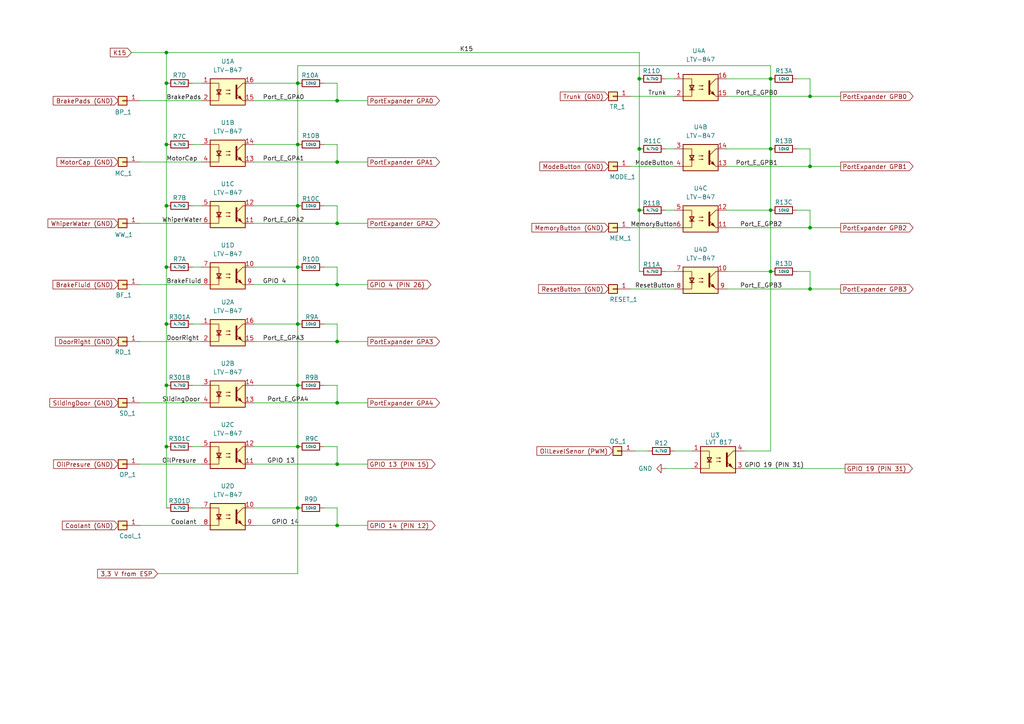
<source format=kicad_sch>
(kicad_sch (version 20231120) (generator "eeschema") (generator_version "8.0")
  (paper "A4")
  (title_block (title "Optocopler") (comment 1 "Subsheet Brake Out Borad") (comment 2 "(c) Norbert Schechner"))
  (junction (at 223.52 60.96))
  (junction (at 48.26 59.69))
  (junction (at 185.42 22.86))
  (junction (at 97.79 116.84))
  (junction (at 86.36 24.13))
  (junction (at 97.79 46.99))
  (junction (at 223.52 78.74))
  (junction (at 48.26 111.76))
  (junction (at 234.95 48.26))
  (junction (at 97.79 152.4))
  (junction (at 48.26 93.98))
  (junction (at 48.26 15.24))
  (junction (at 48.26 41.91))
  (junction (at 86.36 59.69))
  (junction (at 97.79 134.62))
  (junction (at 234.95 66.04))
  (junction (at 185.42 60.96))
  (junction (at 86.36 41.91))
  (junction (at 48.26 24.13))
  (junction (at 86.36 147.32))
  (junction (at 97.79 29.21))
  (junction (at 86.36 93.98))
  (junction (at 234.95 27.94))
  (junction (at 86.36 111.76))
  (junction (at 97.79 82.55))
  (junction (at 97.79 99.06))
  (junction (at 86.36 129.54))
  (junction (at 185.42 43.18))
  (junction (at 234.95 83.82))
  (junction (at 97.79 64.77))
  (junction (at 48.26 129.54))
  (junction (at 223.52 22.86))
  (junction (at 223.52 43.18))
  (junction (at 86.36 77.47))
  (junction (at 48.26 77.47))
  (wire (pts (xy 73.66 46.99) (xy 97.79 46.99)))
  (wire (pts (xy 106.68 29.21) (xy 97.79 29.21)))
  (wire (pts (xy 40.64 64.77) (xy 58.42 64.77)))
  (wire (pts (xy 73.66 59.69) (xy 86.36 59.69)))
  (wire (pts (xy 73.66 82.55) (xy 97.79 82.55)))
  (wire (pts (xy 55.88 147.32) (xy 58.42 147.32)))
  (wire (pts (xy 73.66 116.84) (xy 97.79 116.84)))
  (wire (pts (xy 40.64 46.99) (xy 58.42 46.99)))
  (wire (pts (xy 97.79 93.98) (xy 97.79 99.06)))
  (wire (pts (xy 40.64 29.21) (xy 58.42 29.21)))
  (wire (pts (xy 210.82 22.86) (xy 223.52 22.86)))
  (wire (pts (xy 73.66 111.76) (xy 86.36 111.76)))
  (wire (pts (xy 182.88 83.82) (xy 195.58 83.82)))
  (wire (pts (xy 55.88 77.47) (xy 58.42 77.47)))
  (wire (pts (xy 234.95 22.86) (xy 234.95 27.94)))
  (wire (pts (xy 86.36 147.32) (xy 86.36 129.54)))
  (wire (pts (xy 86.36 19.05) (xy 223.52 19.05)))
  (wire (pts (xy 223.52 60.96) (xy 223.52 78.74)))
  (wire (pts (xy 234.95 60.96) (xy 234.95 66.04)))
  (wire (pts (xy 223.52 78.74) (xy 223.52 130.81)))
  (wire (pts (xy 86.36 59.69) (xy 86.36 41.91)))
  (wire (pts (xy 45.72 166.37) (xy 86.36 166.37)))
  (wire (pts (xy 200.66 135.89) (xy 193.04 135.89)))
  (wire (pts (xy 40.64 152.4) (xy 58.42 152.4)))
  (wire (pts (xy 86.36 41.91) (xy 86.36 24.13)))
  (wire (pts (xy 210.82 27.94) (xy 234.95 27.94)))
  (wire (pts (xy 234.95 43.18) (xy 234.95 48.26)))
  (wire (pts (xy 231.14 60.96) (xy 234.95 60.96)))
  (wire (pts (xy 210.82 60.96) (xy 223.52 60.96)))
  (wire (pts (xy 73.66 129.54) (xy 86.36 129.54)))
  (wire (pts (xy 193.04 78.74) (xy 195.58 78.74)))
  (wire (pts (xy 106.68 82.55) (xy 97.79 82.55)))
  (wire (pts (xy 73.66 64.77) (xy 97.79 64.77)))
  (wire (pts (xy 55.88 129.54) (xy 58.42 129.54)))
  (wire (pts (xy 73.66 93.98) (xy 86.36 93.98)))
  (wire (pts (xy 210.82 48.26) (xy 234.95 48.26)))
  (wire (pts (xy 231.14 22.86) (xy 234.95 22.86)))
  (wire (pts (xy 234.95 78.74) (xy 234.95 83.82)))
  (wire (pts (xy 73.66 99.06) (xy 97.79 99.06)))
  (wire (pts (xy 97.79 41.91) (xy 93.98 41.91)))
  (wire (pts (xy 215.9 135.89) (xy 245.11 135.89)))
  (wire (pts (xy 231.14 78.74) (xy 234.95 78.74)))
  (wire (pts (xy 106.68 134.62) (xy 97.79 134.62)))
  (wire (pts (xy 48.26 24.13) (xy 48.26 41.91)))
  (wire (pts (xy 97.79 64.77) (xy 97.79 59.69)))
  (wire (pts (xy 193.04 60.96) (xy 195.58 60.96)))
  (wire (pts (xy 215.9 130.81) (xy 223.52 130.81)))
  (wire (pts (xy 73.66 41.91) (xy 86.36 41.91)))
  (wire (pts (xy 48.26 59.69) (xy 48.26 77.47)))
  (wire (pts (xy 55.88 24.13) (xy 58.42 24.13)))
  (wire (pts (xy 106.68 99.06) (xy 97.79 99.06)))
  (wire (pts (xy 97.79 29.21) (xy 97.79 24.13)))
  (wire (pts (xy 48.26 41.91) (xy 48.26 59.69)))
  (wire (pts (xy 93.98 77.47) (xy 97.79 77.47)))
  (wire (pts (xy 55.88 41.91) (xy 58.42 41.91)))
  (wire (pts (xy 106.68 64.77) (xy 97.79 64.77)))
  (wire (pts (xy 48.26 77.47) (xy 48.26 93.98)))
  (wire (pts (xy 182.88 48.26) (xy 195.58 48.26)))
  (wire (pts (xy 48.26 129.54) (xy 48.26 147.32)))
  (wire (pts (xy 86.36 24.13) (xy 73.66 24.13)))
  (wire (pts (xy 210.82 83.82) (xy 234.95 83.82)))
  (wire (pts (xy 185.42 60.96) (xy 185.42 78.74)))
  (wire (pts (xy 40.64 134.62) (xy 58.42 134.62)))
  (wire (pts (xy 106.68 116.84) (xy 97.79 116.84)))
  (wire (pts (xy 97.79 147.32) (xy 97.79 152.4)))
  (wire (pts (xy 193.04 43.18) (xy 195.58 43.18)))
  (wire (pts (xy 48.26 15.24) (xy 185.42 15.24)))
  (wire (pts (xy 93.98 129.54) (xy 97.79 129.54)))
  (wire (pts (xy 38.1 15.24) (xy 48.26 15.24)))
  (wire (pts (xy 184.15 130.81) (xy 187.96 130.81)))
  (wire (pts (xy 223.52 19.05) (xy 223.52 22.86)))
  (wire (pts (xy 73.66 77.47) (xy 86.36 77.47)))
  (wire (pts (xy 182.88 66.04) (xy 195.58 66.04)))
  (wire (pts (xy 185.42 15.24) (xy 185.42 22.86)))
  (wire (pts (xy 210.82 66.04) (xy 234.95 66.04)))
  (wire (pts (xy 73.66 29.21) (xy 97.79 29.21)))
  (wire (pts (xy 93.98 59.69) (xy 97.79 59.69)))
  (wire (pts (xy 73.66 152.4) (xy 97.79 152.4)))
  (wire (pts (xy 86.36 129.54) (xy 86.36 111.76)))
  (wire (pts (xy 86.36 77.47) (xy 86.36 93.98)))
  (wire (pts (xy 210.82 43.18) (xy 223.52 43.18)))
  (wire (pts (xy 40.64 99.06) (xy 58.42 99.06)))
  (wire (pts (xy 86.36 111.76) (xy 86.36 93.98)))
  (wire (pts (xy 97.79 77.47) (xy 97.79 82.55)))
  (wire (pts (xy 48.26 111.76) (xy 48.26 129.54)))
  (wire (pts (xy 97.79 111.76) (xy 97.79 116.84)))
  (wire (pts (xy 193.04 22.86) (xy 195.58 22.86)))
  (wire (pts (xy 48.26 15.24) (xy 48.26 24.13)))
  (wire (pts (xy 243.84 66.04) (xy 234.95 66.04)))
  (wire (pts (xy 223.52 43.18) (xy 223.52 22.86)))
  (wire (pts (xy 195.58 130.81) (xy 200.66 130.81)))
  (wire (pts (xy 97.79 46.99) (xy 97.79 41.91)))
  (wire (pts (xy 40.64 82.55) (xy 58.42 82.55)))
  (wire (pts (xy 185.42 43.18) (xy 185.42 60.96)))
  (wire (pts (xy 210.82 78.74) (xy 223.52 78.74)))
  (wire (pts (xy 86.36 19.05) (xy 86.36 24.13)))
  (wire (pts (xy 86.36 77.47) (xy 86.36 59.69)))
  (wire (pts (xy 182.88 27.94) (xy 195.58 27.94)))
  (wire (pts (xy 243.84 27.94) (xy 234.95 27.94)))
  (wire (pts (xy 106.68 46.99) (xy 97.79 46.99)))
  (wire (pts (xy 48.26 93.98) (xy 48.26 111.76)))
  (wire (pts (xy 40.64 116.84) (xy 58.42 116.84)))
  (wire (pts (xy 97.79 129.54) (xy 97.79 134.62)))
  (wire (pts (xy 55.88 93.98) (xy 58.42 93.98)))
  (wire (pts (xy 93.98 93.98) (xy 97.79 93.98)))
  (wire (pts (xy 93.98 111.76) (xy 97.79 111.76)))
  (wire (pts (xy 55.88 59.69) (xy 58.42 59.69)))
  (wire (pts (xy 55.88 111.76) (xy 58.42 111.76)))
  (wire (pts (xy 185.42 22.86) (xy 185.42 43.18)))
  (wire (pts (xy 106.68 152.4) (xy 97.79 152.4)))
  (wire (pts (xy 73.66 147.32) (xy 86.36 147.32)))
  (wire (pts (xy 86.36 147.32) (xy 86.36 166.37)))
  (wire (pts (xy 243.84 83.82) (xy 234.95 83.82)))
  (wire (pts (xy 243.84 48.26) (xy 234.95 48.26)))
  (wire (pts (xy 93.98 147.32) (xy 97.79 147.32)))
  (wire (pts (xy 231.14 43.18) (xy 234.95 43.18)))
  (wire (pts (xy 223.52 60.96) (xy 223.52 43.18)))
  (wire (pts (xy 97.79 24.13) (xy 93.98 24.13)))
  (wire (pts (xy 73.66 134.62) (xy 97.79 134.62)))
  (label "BrakePads" (at 48.26 29.21 0))
  (label "MotorCap" (at 48.26 46.99 0))
  (label "Port_E_GPB1" (at 213.36 48.26 0))
  (label "Port_E_GPB0" (at 213.36 27.94 0))
  (label "Coolant" (at 49.53 152.4 0))
  (label "GPIO 13" (at 77.47 134.62 0))
  (label "ResetButton" (at 184.15 83.82 0))
  (label "Port_E_GPA3" (at 76.2 99.06 0))
  (label "K15" (at 133.35 15.24 0))
  (label "Port_E_GPA0" (at 76.2 29.21 0))
  (label "Port_E_GPA4" (at 77.47 116.84 0))
  (label "GPIO 4" (at 76.2 82.55 0))
  (label "GPIO 19 (PIN 31)" (at 215.9 135.89 0))
  (label "SlidingDoor" (at 46.99 116.84 0))
  (label "Port_E_GPB3" (at 214.63 83.82 0))
  (label "ModeButton" (at 184.15 48.26 0))
  (label "MemoryButton" (at 182.88 66.04 0))
  (label "WhiperWater" (at 46.99 64.77 0))
  (label "OilPresure" (at 46.99 134.62 0))
  (label "GPIO 14" (at 78.74 152.4 0))
  (label "Port_E_GPA2" (at 76.2 64.77 0))
  (label "Trunk" (at 187.96 27.94 0))
  (label "Port_E_GPB2" (at 214.63 66.04 0))
  (label "BrakeFluid" (at 48.26 82.55 0))
  (label "Port_E_GPA1" (at 76.2 46.99 0))
  (label "DoorRight" (at 48.26 99.06 0))
  (global_label "MotorCap (GND)" (shape input) (at 34.29 46.99 180) (property "Intersheetrefs" "${INTERSHEET_REFS}" (at 15.944 46.99 0) (effects (justify right))))
  (global_label "3,3 V from ESP" (shape input) (at 45.72 166.37 180) (property "Intersheetrefs" "${INTERSHEET_REFS}" (at 27.7369 166.37 0) (effects (justify right))))
  (global_label "PortExpander GPA1" (shape output) (at 106.68 46.99 0) (property "Intersheetrefs" "${INTERSHEET_REFS}" (at 128.0497 46.99 0) (effects (justify left))))
  (global_label "OilLevelSenor (PWM)" (shape input) (at 177.8 130.81 180) (property "Intersheetrefs" "${INTERSHEET_REFS}" (at 155.1601 130.81 0) (effects (justify right))))
  (global_label "PortExpander GPA3" (shape output) (at 106.68 99.06 0) (property "Intersheetrefs" "${INTERSHEET_REFS}" (at 128.0497 99.06 0) (effects (justify left))))
  (global_label "PortExpander GPA4" (shape output) (at 106.68 116.84 0) (property "Intersheetrefs" "${INTERSHEET_REFS}" (at 128.0497 116.84 0) (effects (justify left))))
  (global_label "GPIO 14 (PIN 12)" (shape output) (at 106.68 152.4 0) (property "Intersheetrefs" "${INTERSHEET_REFS}" (at 126.78 152.4 0) (effects (justify left))))
  (global_label "GPIO 19 (PIN 31)" (shape output) (at 245.11 135.89 0) (property "Intersheetrefs" "${INTERSHEET_REFS}" (at 265.21 135.89 0) (effects (justify left))))
  (global_label "PortExpander GPB3" (shape output) (at 243.84 83.82 0) (property "Intersheetrefs" "${INTERSHEET_REFS}" (at 265.3911 83.82 0) (effects (justify left))))
  (global_label "PortExpander GPB2" (shape output) (at 243.84 66.04 0) (property "Intersheetrefs" "${INTERSHEET_REFS}" (at 265.3911 66.04 0) (effects (justify left))))
  (global_label "PortExpander GPB1" (shape output) (at 243.84 48.26 0) (property "Intersheetrefs" "${INTERSHEET_REFS}" (at 265.3911 48.26 0) (effects (justify left))))
  (global_label "ResetButton (GND)" (shape input) (at 176.53 83.82 180) (property "Intersheetrefs" "${INTERSHEET_REFS}" (at 155.6439 83.82 0) (effects (justify right))))
  (global_label "K15" (shape input) (at 38.1 15.24 180) (property "Intersheetrefs" "${INTERSHEET_REFS}" (at 31.4258 15.24 0) (effects (justify right))))
  (global_label "MemoryButton (GND)" (shape input) (at 176.53 66.04 180) (property "Intersheetrefs" "${INTERSHEET_REFS}" (at 153.7088 66.04 0) (effects (justify right))))
  (global_label "GPIO 13 (PIN 15)" (shape output) (at 106.68 134.62 0) (property "Intersheetrefs" "${INTERSHEET_REFS}" (at 126.78 134.62 0) (effects (justify left))))
  (global_label "OilPresure (GND)" (shape input) (at 34.29 134.62 180) (property "Intersheetrefs" "${INTERSHEET_REFS}" (at 14.9761 134.62 0) (effects (justify right))))
  (global_label "GPIO 4 (PIN 26)" (shape output) (at 106.68 82.55 0) (property "Intersheetrefs" "${INTERSHEET_REFS}" (at 125.5705 82.55 0) (effects (justify left))))
  (global_label "Coolant (GND)" (shape input) (at 34.29 152.4 180) (property "Intersheetrefs" "${INTERSHEET_REFS}" (at 17.5164 152.4 0) (effects (justify right))))
  (global_label "PortExpander GPA2" (shape output) (at 106.68 64.77 0) (property "Intersheetrefs" "${INTERSHEET_REFS}" (at 128.0497 64.77 0) (effects (justify left))))
  (global_label "DoorRight (GND)" (shape input) (at 34.29 99.06 180) (property "Intersheetrefs" "${INTERSHEET_REFS}" (at 15.5206 99.06 0) (effects (justify right))))
  (global_label "PortExpander GPB0" (shape output) (at 243.84 27.94 0) (property "Intersheetrefs" "${INTERSHEET_REFS}" (at 265.3911 27.94 0) (effects (justify left))))
  (global_label "PortExpander GPA0" (shape output) (at 106.68 29.21 0) (property "Intersheetrefs" "${INTERSHEET_REFS}" (at 128.0497 29.21 0) (effects (justify left))))
  (global_label "BrakeFluid (GND)" (shape input) (at 34.29 82.55 180) (property "Intersheetrefs" "${INTERSHEET_REFS}" (at 14.7948 82.55 0) (effects (justify right))))
  (global_label "BrakePads (GND)" (shape input) (at 34.29 29.21 180) (property "Intersheetrefs" "${INTERSHEET_REFS}" (at 14.8553 29.21 0) (effects (justify right))))
  (global_label "ModeButton (GND)" (shape input) (at 176.53 48.26 180) (property "Intersheetrefs" "${INTERSHEET_REFS}" (at 156.0069 48.26 0) (effects (justify right))))
  (global_label "WhiperWater (GND)" (shape input) (at 34.29 64.77 180) (property "Intersheetrefs" "${INTERSHEET_REFS}" (at 13.3434 64.77 0) (effects (justify right))))
  (global_label "SlidingDoor (GND)" (shape input) (at 34.29 116.84 180) (property "Intersheetrefs" "${INTERSHEET_REFS}" (at 13.8878 116.84 0) (effects (justify right))))
  (global_label "Trunk (GND)" (shape input) (at 176.53 27.94 180) (property "Intersheetrefs" "${INTERSHEET_REFS}" (at 161.9334 27.94 0) (effects (justify right))))
  (symbol (lib_id "Isolator:LTV-847") (at 203.2 25.4 0) (unit 1)
    (property "Reference" "U4" (at 202.692 14.732 0))
    (property "Value" "LTV-847" (at 203.2 17.272 0))
    (property "Footprint" "Package_DIP:DIP-16_W7.62mm" (effects (hide yes)))
    (property "Datasheet" "http://optoelectronics.liteon.com/upload/download/DS-70-96-0016/LTV-8X7%20series.PDF" (effects (hide yes)))
    (property "Description" "Quad DC Optocoupler, Vce 35V, CTR 50%, DIP-16" (effects (hide yes)))
  )
  (symbol (lib_id "PCM_JLCPCB-Resistors:0603x4,4.7kΩ") (at 52.07 129.54 90) (unit 3)
    (property "Reference" "R301" (at 52.07 127.254 90))
    (property "Value" "4.7kΩ" (at 52.07 129.54 90) (effects (font (size 0.8 0.8))))
    (property "Footprint" "PCM_JLCPCB:R_0603x4" (effects (hide yes)))
    (property "Datasheet" "https://www.lcsc.com/datasheet/lcsc_datasheet_2304140030_UNI-ROYAL-Uniroyal-Elec-4D03WGJ0472T5E_C1980.pdf" (effects (hide yes)))
    (property "Description" "4 ±5% 4.7kΩ 62.5mW ±200ppm/°C 0603x4 Resistor Networks, Arrays ROHS" (effects (hide yes)))
    (property "LCSC" "C1980" (effects (hide yes)))
    (property "Stock" "122186" (effects (hide yes)))
    (property "Price" "0.019USD" (effects (hide yes)))
    (property "Process" "SMT" (effects (hide yes)))
    (property "Minimum Qty" "1" (effects (hide yes)))
    (property "Attrition Qty" "0" (effects (hide yes)))
    (property "Class" "Basic Component" (effects (hide yes)))
    (property "Category" "Resistors,Resistor Networks & Arrays" (effects (hide yes)))
    (property "Manufacturer" "UNI-ROYAL(Uniroyal Elec)" (effects (hide yes)))
    (property "Part" "4D03WGJ0472T5E" (effects (hide yes)))
    (property "Resistance" "4.7kΩ" (effects (hide yes)))
    (property "Power(Watts)" "62.5mW" (effects (hide yes)))
    (property "Number of Resistors" "4" (effects (hide yes)))
    (property "Number of Pins" "8" (effects (hide yes)))
    (property "Tolerance" "±5%" (effects (hide yes)))
    (property "Temperature Coefficient" "±200ppm/°C" (effects (hide yes)))
  )
  (symbol (lib_id "PCM_JLCPCB-Resistors:0603x4,4.7kΩ") (at 52.07 77.47 90) (unit 1)
    (property "Reference" "R7" (at 52.07 75.184 90))
    (property "Value" "4.7kΩ" (at 52.07 77.47 90) (effects (font (size 0.8 0.8))))
    (property "Footprint" "PCM_JLCPCB:R_0603x4" (effects (hide yes)))
    (property "Datasheet" "https://www.lcsc.com/datasheet/lcsc_datasheet_2304140030_UNI-ROYAL-Uniroyal-Elec-4D03WGJ0472T5E_C1980.pdf" (effects (hide yes)))
    (property "Description" "4 ±5% 4.7kΩ 62.5mW ±200ppm/°C 0603x4 Resistor Networks, Arrays ROHS" (effects (hide yes)))
    (property "LCSC" "C1980" (effects (hide yes)))
    (property "Stock" "122186" (effects (hide yes)))
    (property "Price" "0.019USD" (effects (hide yes)))
    (property "Process" "SMT" (effects (hide yes)))
    (property "Minimum Qty" "1" (effects (hide yes)))
    (property "Attrition Qty" "0" (effects (hide yes)))
    (property "Class" "Basic Component" (effects (hide yes)))
    (property "Category" "Resistors,Resistor Networks & Arrays" (effects (hide yes)))
    (property "Manufacturer" "UNI-ROYAL(Uniroyal Elec)" (effects (hide yes)))
    (property "Part" "4D03WGJ0472T5E" (effects (hide yes)))
    (property "Resistance" "4.7kΩ" (effects (hide yes)))
    (property "Power(Watts)" "62.5mW" (effects (hide yes)))
    (property "Number of Resistors" "4" (effects (hide yes)))
    (property "Number of Pins" "8" (effects (hide yes)))
    (property "Tolerance" "±5%" (effects (hide yes)))
    (property "Temperature Coefficient" "±200ppm/°C" (effects (hide yes)))
  )
  (symbol (lib_id "PCM_JLCPCB-Resistors:0603x4,4.7kΩ") (at 52.07 111.76 90) (unit 2)
    (property "Reference" "R301" (at 52.07 109.474 90))
    (property "Value" "4.7kΩ" (at 52.07 111.76 90) (effects (font (size 0.8 0.8))))
    (property "Footprint" "PCM_JLCPCB:R_0603x4" (effects (hide yes)))
    (property "Datasheet" "https://www.lcsc.com/datasheet/lcsc_datasheet_2304140030_UNI-ROYAL-Uniroyal-Elec-4D03WGJ0472T5E_C1980.pdf" (effects (hide yes)))
    (property "Description" "4 ±5% 4.7kΩ 62.5mW ±200ppm/°C 0603x4 Resistor Networks, Arrays ROHS" (effects (hide yes)))
    (property "LCSC" "C1980" (effects (hide yes)))
    (property "Stock" "122186" (effects (hide yes)))
    (property "Price" "0.019USD" (effects (hide yes)))
    (property "Process" "SMT" (effects (hide yes)))
    (property "Minimum Qty" "1" (effects (hide yes)))
    (property "Attrition Qty" "0" (effects (hide yes)))
    (property "Class" "Basic Component" (effects (hide yes)))
    (property "Category" "Resistors,Resistor Networks & Arrays" (effects (hide yes)))
    (property "Manufacturer" "UNI-ROYAL(Uniroyal Elec)" (effects (hide yes)))
    (property "Part" "4D03WGJ0472T5E" (effects (hide yes)))
    (property "Resistance" "4.7kΩ" (effects (hide yes)))
    (property "Power(Watts)" "62.5mW" (effects (hide yes)))
    (property "Number of Resistors" "4" (effects (hide yes)))
    (property "Number of Pins" "8" (effects (hide yes)))
    (property "Tolerance" "±5%" (effects (hide yes)))
    (property "Temperature Coefficient" "±200ppm/°C" (effects (hide yes)))
  )
  (symbol (lib_id "PCM_JLCPCB-Resistors:0603,4.7kΩ") (at 191.77 130.81 90) (unit 1)
    (property "Reference" "R12" (at 191.77 128.524 90))
    (property "Value" "4.7kΩ" (at 191.77 130.81 90) (effects (font (size 0.8 0.8))))
    (property "Footprint" "PCM_JLCPCB:R_0603" (effects (hide yes)))
    (property "Datasheet" "https://www.lcsc.com/datasheet/lcsc_datasheet_2206010116_UNI-ROYAL-Uniroyal-Elec-0603WAF4701T5E_C23162.pdf" (effects (hide yes)))
    (property "Description" "100mW Thick Film Resistors 75V ±100ppm/°C ±1% 4.7kΩ 0603 Chip Resistor - Surface Mount ROHS" (effects (hide yes)))
    (property "LCSC" "C23162" (effects (hide yes)))
    (property "Stock" "5652089" (effects (hide yes)))
    (property "Price" "0.004USD" (effects (hide yes)))
    (property "Process" "SMT" (effects (hide yes)))
    (property "Minimum Qty" "20" (effects (hide yes)))
    (property "Attrition Qty" "10" (effects (hide yes)))
    (property "Class" "Basic Component" (effects (hide yes)))
    (property "Category" "Resistors,Chip Resistor - Surface Mount" (effects (hide yes)))
    (property "Manufacturer" "UNI-ROYAL(Uniroyal Elec)" (effects (hide yes)))
    (property "Part" "0603WAF4701T5E" (effects (hide yes)))
    (property "Resistance" "4.7kΩ" (effects (hide yes)))
    (property "Power(Watts)" "100mW" (effects (hide yes)))
    (property "Type" "Thick Film Resistors" (effects (hide yes)))
    (property "Overload Voltage (Max)" "75V" (effects (hide yes)))
    (property "Operating Temperature Range" "-55°C~+155°C" (effects (hide yes)))
    (property "Tolerance" "±1%" (effects (hide yes)))
    (property "Temperature Coefficient" "±100ppm/°C" (effects (hide yes)))
  )
  (symbol (lib_id "Connector_Generic:Conn_01x01") (at 35.56 116.84 180) (unit 1)
    (property "Reference" "SD_1" (at 34.544 119.888 0) (effects (justify right)))
    (property "Value" "Door_S" (effects (hide yes)))
    (property "Footprint" "Connector_Wire:SolderWire-0.5sqmm_1x01_D0.9mm_OD2.1mm" (effects (hide yes)))
    (property "Description" "Generic connector, single row, 01x01, script generated (kicad-library-utils/schlib/autogen/connector/)" (effects (hide yes)))
  )
  (symbol (lib_id "Connector_Generic:Conn_01x01") (at 35.56 64.77 180) (unit 1)
    (property "Reference" "WW_1" (at 33.274 68.072 0) (effects (justify right)))
    (property "Value" "WhiperWater" (effects (hide yes)))
    (property "Footprint" "Connector_Wire:SolderWire-0.5sqmm_1x01_D0.9mm_OD2.1mm" (effects (hide yes)))
    (property "Description" "Generic connector, single row, 01x01, script generated (kicad-library-utils/schlib/autogen/connector/)" (effects (hide yes)))
  )
  (symbol (lib_id "PCM_JLCPCB-Resistors:0603x4,10kΩ") (at 90.17 111.76 90) (unit 2)
    (property "Reference" "R9" (at 90.424 109.474 90))
    (property "Value" "10kΩ" (at 90.17 111.76 90) (effects (font (size 0.8 0.8))))
    (property "Footprint" "PCM_JLCPCB:R_0603x4" (effects (hide yes)))
    (property "Datasheet" "https://www.lcsc.com/datasheet/lcsc_datasheet_2304140030_UNI-ROYAL-Uniroyal-Elec-4D03WGJ0103T5E_C29718.pdf" (effects (hide yes)))
    (property "Description" "4 ±5% 10kΩ 62.5mW ±200ppm/°C 0603x4 Resistor Networks, Arrays ROHS" (effects (hide yes)))
    (property "LCSC" "C29718" (effects (hide yes)))
    (property "Stock" "767192" (effects (hide yes)))
    (property "Price" "0.019USD" (effects (hide yes)))
    (property "Process" "SMT" (effects (hide yes)))
    (property "Minimum Qty" "1" (effects (hide yes)))
    (property "Attrition Qty" "0" (effects (hide yes)))
    (property "Class" "Basic Component" (effects (hide yes)))
    (property "Category" "Resistors,Resistor Networks & Arrays" (effects (hide yes)))
    (property "Manufacturer" "UNI-ROYAL(Uniroyal Elec)" (effects (hide yes)))
    (property "Part" "4D03WGJ0103T5E" (effects (hide yes)))
    (property "Resistance" "10kΩ" (effects (hide yes)))
    (property "Power(Watts)" "62.5mW" (effects (hide yes)))
    (property "Number of Resistors" "4" (effects (hide yes)))
    (property "Number of Pins" "8" (effects (hide yes)))
    (property "Tolerance" "±5%" (effects (hide yes)))
    (property "Temperature Coefficient" "±200ppm/°C" (effects (hide yes)))
  )
  (symbol (lib_id "PCM_JLCPCB-Resistors:0603x4,10kΩ") (at 90.17 147.32 90) (unit 4)
    (property "Reference" "R9" (at 90.17 144.78 90))
    (property "Value" "10kΩ" (at 90.17 147.32 90) (effects (font (size 0.8 0.8))))
    (property "Footprint" "PCM_JLCPCB:R_0603x4" (effects (hide yes)))
    (property "Datasheet" "https://www.lcsc.com/datasheet/lcsc_datasheet_2304140030_UNI-ROYAL-Uniroyal-Elec-4D03WGJ0103T5E_C29718.pdf" (effects (hide yes)))
    (property "Description" "4 ±5% 10kΩ 62.5mW ±200ppm/°C 0603x4 Resistor Networks, Arrays ROHS" (effects (hide yes)))
    (property "LCSC" "C29718" (effects (hide yes)))
    (property "Stock" "767192" (effects (hide yes)))
    (property "Price" "0.019USD" (effects (hide yes)))
    (property "Process" "SMT" (effects (hide yes)))
    (property "Minimum Qty" "1" (effects (hide yes)))
    (property "Attrition Qty" "0" (effects (hide yes)))
    (property "Class" "Basic Component" (effects (hide yes)))
    (property "Category" "Resistors,Resistor Networks & Arrays" (effects (hide yes)))
    (property "Manufacturer" "UNI-ROYAL(Uniroyal Elec)" (effects (hide yes)))
    (property "Part" "4D03WGJ0103T5E" (effects (hide yes)))
    (property "Resistance" "10kΩ" (effects (hide yes)))
    (property "Power(Watts)" "62.5mW" (effects (hide yes)))
    (property "Number of Resistors" "4" (effects (hide yes)))
    (property "Number of Pins" "8" (effects (hide yes)))
    (property "Tolerance" "±5%" (effects (hide yes)))
    (property "Temperature Coefficient" "±200ppm/°C" (effects (hide yes)))
  )
  (symbol (lib_id "Connector_Generic:Conn_01x01") (at 35.56 99.06 180) (unit 1)
    (property "Reference" "RD_1" (at 33.274 102.108 0) (effects (justify right)))
    (property "Value" "Door_R" (effects (hide yes)))
    (property "Footprint" "Connector_Wire:SolderWire-0.5sqmm_1x01_D0.9mm_OD2.1mm" (effects (hide yes)))
    (property "Description" "Generic connector, single row, 01x01, script generated (kicad-library-utils/schlib/autogen/connector/)" (effects (hide yes)))
  )
  (symbol (lib_id "PCM_JLCPCB-Resistors:0603x4,4.7kΩ") (at 189.23 43.18 90) (unit 3)
    (property "Reference" "R11" (at 189.23 40.894 90))
    (property "Value" "4.7kΩ" (at 189.23 43.18 90) (effects (font (size 0.8 0.8))))
    (property "Footprint" "PCM_JLCPCB:R_0603x4" (effects (hide yes)))
    (property "Datasheet" "https://www.lcsc.com/datasheet/lcsc_datasheet_2304140030_UNI-ROYAL-Uniroyal-Elec-4D03WGJ0472T5E_C1980.pdf" (effects (hide yes)))
    (property "Description" "4 ±5% 4.7kΩ 62.5mW ±200ppm/°C 0603x4 Resistor Networks, Arrays ROHS" (effects (hide yes)))
    (property "LCSC" "C1980" (effects (hide yes)))
    (property "Stock" "122186" (effects (hide yes)))
    (property "Price" "0.019USD" (effects (hide yes)))
    (property "Process" "SMT" (effects (hide yes)))
    (property "Minimum Qty" "1" (effects (hide yes)))
    (property "Attrition Qty" "0" (effects (hide yes)))
    (property "Class" "Basic Component" (effects (hide yes)))
    (property "Category" "Resistors,Resistor Networks & Arrays" (effects (hide yes)))
    (property "Manufacturer" "UNI-ROYAL(Uniroyal Elec)" (effects (hide yes)))
    (property "Part" "4D03WGJ0472T5E" (effects (hide yes)))
    (property "Resistance" "4.7kΩ" (effects (hide yes)))
    (property "Power(Watts)" "62.5mW" (effects (hide yes)))
    (property "Number of Resistors" "4" (effects (hide yes)))
    (property "Number of Pins" "8" (effects (hide yes)))
    (property "Tolerance" "±5%" (effects (hide yes)))
    (property "Temperature Coefficient" "±200ppm/°C" (effects (hide yes)))
  )
  (symbol (lib_id "Isolator:LTV-847") (at 203.2 81.28 0) (unit 4)
    (property "Reference" "U4" (at 203.2 72.39 0))
    (property "Value" "LTV-847" (at 203.2 74.93 0))
    (property "Footprint" "Package_DIP:DIP-16_W7.62mm" (effects (hide yes)))
    (property "Datasheet" "http://optoelectronics.liteon.com/upload/download/DS-70-96-0016/LTV-8X7%20series.PDF" (effects (hide yes)))
    (property "Description" "Quad DC Optocoupler, Vce 35V, CTR 50%, DIP-16" (effects (hide yes)))
  )
  (symbol (lib_id "Isolator:LTV-847") (at 66.04 26.67 0) (unit 1)
    (property "Reference" "U1" (at 66.04 17.78 0))
    (property "Value" "LTV-847" (at 66.04 20.32 0))
    (property "Footprint" "Package_DIP:DIP-16_W7.62mm" (effects (hide yes)))
    (property "Datasheet" "http://optoelectronics.liteon.com/upload/download/DS-70-96-0016/LTV-8X7%20series.PDF" (effects (hide yes)))
    (property "Description" "Quad DC Optocoupler, Vce 35V, CTR 50%, DIP-16" (effects (hide yes)))
  )
  (symbol (lib_id "Connector_Generic:Conn_01x01") (at 35.56 134.62 180) (unit 1)
    (property "Reference" "OP_1" (at 34.544 137.668 0) (effects (justify right)))
    (property "Value" "OilPresure" (effects (hide yes)))
    (property "Footprint" "Connector_Wire:SolderWire-0.5sqmm_1x01_D0.9mm_OD2.1mm" (effects (hide yes)))
    (property "Description" "Generic connector, single row, 01x01, script generated (kicad-library-utils/schlib/autogen/connector/)" (effects (hide yes)))
  )
  (symbol (lib_id "Isolator:LTV-847") (at 66.04 96.52 0) (unit 1)
    (property "Reference" "U2" (at 66.04 87.63 0))
    (property "Value" "LTV-847" (at 66.04 90.17 0))
    (property "Footprint" "Package_DIP:DIP-16_W7.62mm" (effects (hide yes)))
    (property "Datasheet" "http://optoelectronics.liteon.com/upload/download/DS-70-96-0016/LTV-8X7%20series.PDF" (effects (hide yes)))
    (property "Description" "Quad DC Optocoupler, Vce 35V, CTR 50%, DIP-16" (effects (hide yes)))
  )
  (symbol (lib_id "PCM_JLCPCB-Resistors:0603x4,4.7kΩ") (at 52.07 24.13 90) (unit 4)
    (property "Reference" "R7" (at 52.07 21.844 90))
    (property "Value" "4.7kΩ" (at 52.07 24.13 90) (effects (font (size 0.8 0.8))))
    (property "Footprint" "PCM_JLCPCB:R_0603x4" (effects (hide yes)))
    (property "Datasheet" "https://www.lcsc.com/datasheet/lcsc_datasheet_2304140030_UNI-ROYAL-Uniroyal-Elec-4D03WGJ0472T5E_C1980.pdf" (effects (hide yes)))
    (property "Description" "4 ±5% 4.7kΩ 62.5mW ±200ppm/°C 0603x4 Resistor Networks, Arrays ROHS" (effects (hide yes)))
    (property "LCSC" "C1980" (effects (hide yes)))
    (property "Stock" "122186" (effects (hide yes)))
    (property "Price" "0.019USD" (effects (hide yes)))
    (property "Process" "SMT" (effects (hide yes)))
    (property "Minimum Qty" "1" (effects (hide yes)))
    (property "Attrition Qty" "0" (effects (hide yes)))
    (property "Class" "Basic Component" (effects (hide yes)))
    (property "Category" "Resistors,Resistor Networks & Arrays" (effects (hide yes)))
    (property "Manufacturer" "UNI-ROYAL(Uniroyal Elec)" (effects (hide yes)))
    (property "Part" "4D03WGJ0472T5E" (effects (hide yes)))
    (property "Resistance" "4.7kΩ" (effects (hide yes)))
    (property "Power(Watts)" "62.5mW" (effects (hide yes)))
    (property "Number of Resistors" "4" (effects (hide yes)))
    (property "Number of Pins" "8" (effects (hide yes)))
    (property "Tolerance" "±5%" (effects (hide yes)))
    (property "Temperature Coefficient" "±200ppm/°C" (effects (hide yes)))
  )
  (symbol (lib_id "Isolator:LTV-847") (at 203.2 63.5 0) (unit 3)
    (property "Reference" "U4" (at 203.2 54.61 0))
    (property "Value" "LTV-847" (at 203.2 57.15 0))
    (property "Footprint" "Package_DIP:DIP-16_W7.62mm" (effects (hide yes)))
    (property "Datasheet" "http://optoelectronics.liteon.com/upload/download/DS-70-96-0016/LTV-8X7%20series.PDF" (effects (hide yes)))
    (property "Description" "Quad DC Optocoupler, Vce 35V, CTR 50%, DIP-16" (effects (hide yes)))
  )
  (symbol (lib_id "PCM_JLCPCB-Resistors:0603x4,4.7kΩ") (at 52.07 93.98 90) (unit 1)
    (property "Reference" "R301" (at 52.07 91.948 90))
    (property "Value" "4.7kΩ" (at 52.07 93.98 90) (effects (font (size 0.8 0.8))))
    (property "Footprint" "PCM_JLCPCB:R_0603x4" (effects (hide yes)))
    (property "Datasheet" "https://www.lcsc.com/datasheet/lcsc_datasheet_2304140030_UNI-ROYAL-Uniroyal-Elec-4D03WGJ0472T5E_C1980.pdf" (effects (hide yes)))
    (property "Description" "4 ±5% 4.7kΩ 62.5mW ±200ppm/°C 0603x4 Resistor Networks, Arrays ROHS" (effects (hide yes)))
    (property "LCSC" "C1980" (effects (hide yes)))
    (property "Stock" "122186" (effects (hide yes)))
    (property "Price" "0.019USD" (effects (hide yes)))
    (property "Process" "SMT" (effects (hide yes)))
    (property "Minimum Qty" "1" (effects (hide yes)))
    (property "Attrition Qty" "0" (effects (hide yes)))
    (property "Class" "Basic Component" (effects (hide yes)))
    (property "Category" "Resistors,Resistor Networks & Arrays" (effects (hide yes)))
    (property "Manufacturer" "UNI-ROYAL(Uniroyal Elec)" (effects (hide yes)))
    (property "Part" "4D03WGJ0472T5E" (effects (hide yes)))
    (property "Resistance" "4.7kΩ" (effects (hide yes)))
    (property "Power(Watts)" "62.5mW" (effects (hide yes)))
    (property "Number of Resistors" "4" (effects (hide yes)))
    (property "Number of Pins" "8" (effects (hide yes)))
    (property "Tolerance" "±5%" (effects (hide yes)))
    (property "Temperature Coefficient" "±200ppm/°C" (effects (hide yes)))
  )
  (symbol (lib_id "PCM_JLCPCB-Resistors:0603x4,4.7kΩ") (at 189.23 60.96 90) (unit 2)
    (property "Reference" "R11" (at 188.976 58.928 90))
    (property "Value" "4.7kΩ" (at 189.23 60.96 90) (effects (font (size 0.8 0.8))))
    (property "Footprint" "PCM_JLCPCB:R_0603x4" (effects (hide yes)))
    (property "Datasheet" "https://www.lcsc.com/datasheet/lcsc_datasheet_2304140030_UNI-ROYAL-Uniroyal-Elec-4D03WGJ0472T5E_C1980.pdf" (effects (hide yes)))
    (property "Description" "4 ±5% 4.7kΩ 62.5mW ±200ppm/°C 0603x4 Resistor Networks, Arrays ROHS" (effects (hide yes)))
    (property "LCSC" "C1980" (effects (hide yes)))
    (property "Stock" "122186" (effects (hide yes)))
    (property "Price" "0.019USD" (effects (hide yes)))
    (property "Process" "SMT" (effects (hide yes)))
    (property "Minimum Qty" "1" (effects (hide yes)))
    (property "Attrition Qty" "0" (effects (hide yes)))
    (property "Class" "Basic Component" (effects (hide yes)))
    (property "Category" "Resistors,Resistor Networks & Arrays" (effects (hide yes)))
    (property "Manufacturer" "UNI-ROYAL(Uniroyal Elec)" (effects (hide yes)))
    (property "Part" "4D03WGJ0472T5E" (effects (hide yes)))
    (property "Resistance" "4.7kΩ" (effects (hide yes)))
    (property "Power(Watts)" "62.5mW" (effects (hide yes)))
    (property "Number of Resistors" "4" (effects (hide yes)))
    (property "Number of Pins" "8" (effects (hide yes)))
    (property "Tolerance" "±5%" (effects (hide yes)))
    (property "Temperature Coefficient" "±200ppm/°C" (effects (hide yes)))
  )
  (symbol (lib_id "Isolator:LTV-847") (at 66.04 80.01 0) (unit 4)
    (property "Reference" "U1" (at 66.04 71.12 0))
    (property "Value" "LTV-847" (at 66.04 73.66 0))
    (property "Footprint" "Package_DIP:DIP-16_W7.62mm" (effects (hide yes)))
    (property "Datasheet" "http://optoelectronics.liteon.com/upload/download/DS-70-96-0016/LTV-8X7%20series.PDF" (effects (hide yes)))
    (property "Description" "Quad DC Optocoupler, Vce 35V, CTR 50%, DIP-16" (effects (hide yes)))
  )
  (symbol (lib_id "PCM_JLCPCB-Resistors:0603x4,10kΩ") (at 227.33 60.96 90) (unit 3)
    (property "Reference" "R13" (at 227.33 58.674 90))
    (property "Value" "10kΩ" (at 227.33 60.96 90) (effects (font (size 0.8 0.8))))
    (property "Footprint" "PCM_JLCPCB:R_0603x4" (effects (hide yes)))
    (property "Datasheet" "https://www.lcsc.com/datasheet/lcsc_datasheet_2304140030_UNI-ROYAL-Uniroyal-Elec-4D03WGJ0103T5E_C29718.pdf" (effects (hide yes)))
    (property "Description" "4 ±5% 10kΩ 62.5mW ±200ppm/°C 0603x4 Resistor Networks, Arrays ROHS" (effects (hide yes)))
    (property "LCSC" "C29718" (effects (hide yes)))
    (property "Stock" "767192" (effects (hide yes)))
    (property "Price" "0.019USD" (effects (hide yes)))
    (property "Process" "SMT" (effects (hide yes)))
    (property "Minimum Qty" "1" (effects (hide yes)))
    (property "Attrition Qty" "0" (effects (hide yes)))
    (property "Class" "Basic Component" (effects (hide yes)))
    (property "Category" "Resistors,Resistor Networks & Arrays" (effects (hide yes)))
    (property "Manufacturer" "UNI-ROYAL(Uniroyal Elec)" (effects (hide yes)))
    (property "Part" "4D03WGJ0103T5E" (effects (hide yes)))
    (property "Resistance" "10kΩ" (effects (hide yes)))
    (property "Power(Watts)" "62.5mW" (effects (hide yes)))
    (property "Number of Resistors" "4" (effects (hide yes)))
    (property "Number of Pins" "8" (effects (hide yes)))
    (property "Tolerance" "±5%" (effects (hide yes)))
    (property "Temperature Coefficient" "±200ppm/°C" (effects (hide yes)))
  )
  (symbol (lib_id "PCM_JLCPCB-Resistors:0603x4,10kΩ") (at 90.17 24.13 90) (unit 1)
    (property "Reference" "R10" (at 89.916 21.844 90))
    (property "Value" "10kΩ" (at 90.17 24.13 90) (effects (font (size 0.8 0.8))))
    (property "Footprint" "PCM_JLCPCB:R_0603x4" (effects (hide yes)))
    (property "Datasheet" "https://www.lcsc.com/datasheet/lcsc_datasheet_2304140030_UNI-ROYAL-Uniroyal-Elec-4D03WGJ0103T5E_C29718.pdf" (effects (hide yes)))
    (property "Description" "4 ±5% 10kΩ 62.5mW ±200ppm/°C 0603x4 Resistor Networks, Arrays ROHS" (effects (hide yes)))
    (property "LCSC" "C29718" (effects (hide yes)))
    (property "Stock" "767192" (effects (hide yes)))
    (property "Price" "0.019USD" (effects (hide yes)))
    (property "Process" "SMT" (effects (hide yes)))
    (property "Minimum Qty" "1" (effects (hide yes)))
    (property "Attrition Qty" "0" (effects (hide yes)))
    (property "Class" "Basic Component" (effects (hide yes)))
    (property "Category" "Resistors,Resistor Networks & Arrays" (effects (hide yes)))
    (property "Manufacturer" "UNI-ROYAL(Uniroyal Elec)" (effects (hide yes)))
    (property "Part" "4D03WGJ0103T5E" (effects (hide yes)))
    (property "Resistance" "10kΩ" (effects (hide yes)))
    (property "Power(Watts)" "62.5mW" (effects (hide yes)))
    (property "Number of Resistors" "4" (effects (hide yes)))
    (property "Number of Pins" "8" (effects (hide yes)))
    (property "Tolerance" "±5%" (effects (hide yes)))
    (property "Temperature Coefficient" "±200ppm/°C" (effects (hide yes)))
  )
  (symbol (lib_id "Isolator:LTV-847") (at 203.2 45.72 0) (unit 2)
    (property "Reference" "U4" (at 203.2 36.83 0))
    (property "Value" "LTV-847" (at 203.2 39.37 0))
    (property "Footprint" "Package_DIP:DIP-16_W7.62mm" (effects (hide yes)))
    (property "Datasheet" "http://optoelectronics.liteon.com/upload/download/DS-70-96-0016/LTV-8X7%20series.PDF" (effects (hide yes)))
    (property "Description" "Quad DC Optocoupler, Vce 35V, CTR 50%, DIP-16" (effects (hide yes)))
  )
  (symbol (lib_id "PCM_JLCPCB-Resistors:0603x4,4.7kΩ") (at 52.07 147.32 90) (unit 4)
    (property "Reference" "R301" (at 52.07 145.288 90))
    (property "Value" "4.7kΩ" (at 52.07 147.32 90) (effects (font (size 0.8 0.8))))
    (property "Footprint" "PCM_JLCPCB:R_0603x4" (effects (hide yes)))
    (property "Datasheet" "https://www.lcsc.com/datasheet/lcsc_datasheet_2304140030_UNI-ROYAL-Uniroyal-Elec-4D03WGJ0472T5E_C1980.pdf" (effects (hide yes)))
    (property "Description" "4 ±5% 4.7kΩ 62.5mW ±200ppm/°C 0603x4 Resistor Networks, Arrays ROHS" (effects (hide yes)))
    (property "LCSC" "C1980" (effects (hide yes)))
    (property "Stock" "122186" (effects (hide yes)))
    (property "Price" "0.019USD" (effects (hide yes)))
    (property "Process" "SMT" (effects (hide yes)))
    (property "Minimum Qty" "1" (effects (hide yes)))
    (property "Attrition Qty" "0" (effects (hide yes)))
    (property "Class" "Basic Component" (effects (hide yes)))
    (property "Category" "Resistors,Resistor Networks & Arrays" (effects (hide yes)))
    (property "Manufacturer" "UNI-ROYAL(Uniroyal Elec)" (effects (hide yes)))
    (property "Part" "4D03WGJ0472T5E" (effects (hide yes)))
    (property "Resistance" "4.7kΩ" (effects (hide yes)))
    (property "Power(Watts)" "62.5mW" (effects (hide yes)))
    (property "Number of Resistors" "4" (effects (hide yes)))
    (property "Number of Pins" "8" (effects (hide yes)))
    (property "Tolerance" "±5%" (effects (hide yes)))
    (property "Temperature Coefficient" "±200ppm/°C" (effects (hide yes)))
  )
  (symbol (lib_id "Connector_Generic:Conn_01x01") (at 177.8 27.94 180) (unit 1)
    (property "Reference" "TR_1" (at 176.784 30.988 0) (effects (justify right)))
    (property "Value" "Trunk" (effects (hide yes)))
    (property "Footprint" "Connector_Wire:SolderWire-0.5sqmm_1x01_D0.9mm_OD2.1mm" (effects (hide yes)))
    (property "Description" "Generic connector, single row, 01x01, script generated (kicad-library-utils/schlib/autogen/connector/)" (effects (hide yes)))
  )
  (symbol (lib_id "PCM_JLCPCB-Resistors:0603x4,10kΩ") (at 90.17 41.91 90) (unit 2)
    (property "Reference" "R10" (at 90.17 39.37 90))
    (property "Value" "10kΩ" (at 90.17 41.91 90) (effects (font (size 0.8 0.8))))
    (property "Footprint" "PCM_JLCPCB:R_0603x4" (effects (hide yes)))
    (property "Datasheet" "https://www.lcsc.com/datasheet/lcsc_datasheet_2304140030_UNI-ROYAL-Uniroyal-Elec-4D03WGJ0103T5E_C29718.pdf" (effects (hide yes)))
    (property "Description" "4 ±5% 10kΩ 62.5mW ±200ppm/°C 0603x4 Resistor Networks, Arrays ROHS" (effects (hide yes)))
    (property "LCSC" "C29718" (effects (hide yes)))
    (property "Stock" "767192" (effects (hide yes)))
    (property "Price" "0.019USD" (effects (hide yes)))
    (property "Process" "SMT" (effects (hide yes)))
    (property "Minimum Qty" "1" (effects (hide yes)))
    (property "Attrition Qty" "0" (effects (hide yes)))
    (property "Class" "Basic Component" (effects (hide yes)))
    (property "Category" "Resistors,Resistor Networks & Arrays" (effects (hide yes)))
    (property "Manufacturer" "UNI-ROYAL(Uniroyal Elec)" (effects (hide yes)))
    (property "Part" "4D03WGJ0103T5E" (effects (hide yes)))
    (property "Resistance" "10kΩ" (effects (hide yes)))
    (property "Power(Watts)" "62.5mW" (effects (hide yes)))
    (property "Number of Resistors" "4" (effects (hide yes)))
    (property "Number of Pins" "8" (effects (hide yes)))
    (property "Tolerance" "±5%" (effects (hide yes)))
    (property "Temperature Coefficient" "±200ppm/°C" (effects (hide yes)))
  )
  (symbol (lib_id "Isolator:LTV-847") (at 66.04 44.45 0) (unit 2)
    (property "Reference" "U1" (at 66.04 35.56 0))
    (property "Value" "LTV-847" (at 66.04 38.1 0))
    (property "Footprint" "Package_DIP:DIP-16_W7.62mm" (effects (hide yes)))
    (property "Datasheet" "http://optoelectronics.liteon.com/upload/download/DS-70-96-0016/LTV-8X7%20series.PDF" (effects (hide yes)))
    (property "Description" "Quad DC Optocoupler, Vce 35V, CTR 50%, DIP-16" (effects (hide yes)))
  )
  (symbol (lib_id "PCM_JLCPCB-Resistors:0603x4,10kΩ") (at 227.33 22.86 90) (unit 1)
    (property "Reference" "R13" (at 227.33 20.574 90))
    (property "Value" "10kΩ" (at 227.33 22.86 90) (effects (font (size 0.8 0.8))))
    (property "Footprint" "PCM_JLCPCB:R_0603x4" (effects (hide yes)))
    (property "Datasheet" "https://www.lcsc.com/datasheet/lcsc_datasheet_2304140030_UNI-ROYAL-Uniroyal-Elec-4D03WGJ0103T5E_C29718.pdf" (effects (hide yes)))
    (property "Description" "4 ±5% 10kΩ 62.5mW ±200ppm/°C 0603x4 Resistor Networks, Arrays ROHS" (effects (hide yes)))
    (property "LCSC" "C29718" (effects (hide yes)))
    (property "Stock" "767192" (effects (hide yes)))
    (property "Price" "0.019USD" (effects (hide yes)))
    (property "Process" "SMT" (effects (hide yes)))
    (property "Minimum Qty" "1" (effects (hide yes)))
    (property "Attrition Qty" "0" (effects (hide yes)))
    (property "Class" "Basic Component" (effects (hide yes)))
    (property "Category" "Resistors,Resistor Networks & Arrays" (effects (hide yes)))
    (property "Manufacturer" "UNI-ROYAL(Uniroyal Elec)" (effects (hide yes)))
    (property "Part" "4D03WGJ0103T5E" (effects (hide yes)))
    (property "Resistance" "10kΩ" (effects (hide yes)))
    (property "Power(Watts)" "62.5mW" (effects (hide yes)))
    (property "Number of Resistors" "4" (effects (hide yes)))
    (property "Number of Pins" "8" (effects (hide yes)))
    (property "Tolerance" "±5%" (effects (hide yes)))
    (property "Temperature Coefficient" "±200ppm/°C" (effects (hide yes)))
  )
  (symbol (lib_id "Isolator:LTV-847") (at 66.04 132.08 0) (unit 3)
    (property "Reference" "U2" (at 66.04 123.19 0))
    (property "Value" "LTV-847" (at 66.04 125.73 0))
    (property "Footprint" "Package_DIP:DIP-16_W7.62mm" (effects (hide yes)))
    (property "Datasheet" "http://optoelectronics.liteon.com/upload/download/DS-70-96-0016/LTV-8X7%20series.PDF" (effects (hide yes)))
    (property "Description" "Quad DC Optocoupler, Vce 35V, CTR 50%, DIP-16" (effects (hide yes)))
  )
  (symbol (lib_id "PCM_JLCPCB-Resistors:0603x4,10kΩ") (at 90.17 129.54 90) (unit 3)
    (property "Reference" "R9" (at 90.424 127.254 90))
    (property "Value" "10kΩ" (at 90.17 129.54 90) (effects (font (size 0.8 0.8))))
    (property "Footprint" "PCM_JLCPCB:R_0603x4" (effects (hide yes)))
    (property "Datasheet" "https://www.lcsc.com/datasheet/lcsc_datasheet_2304140030_UNI-ROYAL-Uniroyal-Elec-4D03WGJ0103T5E_C29718.pdf" (effects (hide yes)))
    (property "Description" "4 ±5% 10kΩ 62.5mW ±200ppm/°C 0603x4 Resistor Networks, Arrays ROHS" (effects (hide yes)))
    (property "LCSC" "C29718" (effects (hide yes)))
    (property "Stock" "767192" (effects (hide yes)))
    (property "Price" "0.019USD" (effects (hide yes)))
    (property "Process" "SMT" (effects (hide yes)))
    (property "Minimum Qty" "1" (effects (hide yes)))
    (property "Attrition Qty" "0" (effects (hide yes)))
    (property "Class" "Basic Component" (effects (hide yes)))
    (property "Category" "Resistors,Resistor Networks & Arrays" (effects (hide yes)))
    (property "Manufacturer" "UNI-ROYAL(Uniroyal Elec)" (effects (hide yes)))
    (property "Part" "4D03WGJ0103T5E" (effects (hide yes)))
    (property "Resistance" "10kΩ" (effects (hide yes)))
    (property "Power(Watts)" "62.5mW" (effects (hide yes)))
    (property "Number of Resistors" "4" (effects (hide yes)))
    (property "Number of Pins" "8" (effects (hide yes)))
    (property "Tolerance" "±5%" (effects (hide yes)))
    (property "Temperature Coefficient" "±200ppm/°C" (effects (hide yes)))
  )
  (symbol (lib_id "Connector_Generic:Conn_01x01") (at 179.07 130.81 180) (unit 1)
    (property "Reference" "OS_1" (at 176.784 128.016 0) (effects (justify right)))
    (property "Value" "oilSensor" (effects (hide yes)))
    (property "Footprint" "Connector_Wire:SolderWire-0.5sqmm_1x01_D0.9mm_OD2.1mm" (effects (hide yes)))
    (property "Description" "Generic connector, single row, 01x01, script generated (kicad-library-utils/schlib/autogen/connector/)" (effects (hide yes)))
  )
  (symbol (lib_id "Connector_Generic:Conn_01x01") (at 35.56 29.21 180) (unit 1)
    (property "Reference" "BP_1" (at 33.274 32.512 0) (effects (justify right)))
    (property "Value" "BrakePads" (effects (hide yes)))
    (property "Footprint" "Connector_Wire:SolderWire-0.5sqmm_1x01_D0.9mm_OD2.1mm" (effects (hide yes)))
    (property "Description" "Generic connector, single row, 01x01, script generated (kicad-library-utils/schlib/autogen/connector/)" (effects (hide yes)))
  )
  (symbol (lib_id "PCM_JLCPCB-Resistors:0603x4,4.7kΩ") (at 189.23 22.86 90) (unit 4)
    (property "Reference" "R11" (at 188.976 20.574 90))
    (property "Value" "4.7kΩ" (at 189.23 22.86 90) (effects (font (size 0.8 0.8))))
    (property "Footprint" "PCM_JLCPCB:R_0603x4" (effects (hide yes)))
    (property "Datasheet" "https://www.lcsc.com/datasheet/lcsc_datasheet_2304140030_UNI-ROYAL-Uniroyal-Elec-4D03WGJ0472T5E_C1980.pdf" (effects (hide yes)))
    (property "Description" "4 ±5% 4.7kΩ 62.5mW ±200ppm/°C 0603x4 Resistor Networks, Arrays ROHS" (effects (hide yes)))
    (property "LCSC" "C1980" (effects (hide yes)))
    (property "Stock" "122186" (effects (hide yes)))
    (property "Price" "0.019USD" (effects (hide yes)))
    (property "Process" "SMT" (effects (hide yes)))
    (property "Minimum Qty" "1" (effects (hide yes)))
    (property "Attrition Qty" "0" (effects (hide yes)))
    (property "Class" "Basic Component" (effects (hide yes)))
    (property "Category" "Resistors,Resistor Networks & Arrays" (effects (hide yes)))
    (property "Manufacturer" "UNI-ROYAL(Uniroyal Elec)" (effects (hide yes)))
    (property "Part" "4D03WGJ0472T5E" (effects (hide yes)))
    (property "Resistance" "4.7kΩ" (effects (hide yes)))
    (property "Power(Watts)" "62.5mW" (effects (hide yes)))
    (property "Number of Resistors" "4" (effects (hide yes)))
    (property "Number of Pins" "8" (effects (hide yes)))
    (property "Tolerance" "±5%" (effects (hide yes)))
    (property "Temperature Coefficient" "±200ppm/°C" (effects (hide yes)))
  )
  (symbol (lib_id "Connector_Generic:Conn_01x01") (at 177.8 83.82 180) (unit 1)
    (property "Reference" "RESET_1" (at 176.784 86.868 0) (effects (justify right)))
    (property "Value" "Reset" (effects (hide yes)))
    (property "Footprint" "Connector_Wire:SolderWire-0.5sqmm_1x01_D0.9mm_OD2.1mm" (effects (hide yes)))
    (property "Description" "Generic connector, single row, 01x01, script generated (kicad-library-utils/schlib/autogen/connector/)" (effects (hide yes)))
  )
  (symbol (lib_id "Connector_Generic:Conn_01x01") (at 35.56 152.4 180) (unit 1)
    (property "Reference" "Cool_1" (at 34.544 155.448 0) (effects (justify right)))
    (property "Value" "Coolant" (effects (hide yes)))
    (property "Footprint" "Connector_Wire:SolderWire-0.5sqmm_1x01_D0.9mm_OD2.1mm" (effects (hide yes)))
    (property "Description" "Generic connector, single row, 01x01, script generated (kicad-library-utils/schlib/autogen/connector/)" (effects (hide yes)))
  )
  (symbol (lib_id "power:GND") (at 193.04 135.89 270) (unit 1)
    (property "Reference" "#PWR0301" (effects (hide yes)))
    (property "Value" "GND" (at 189.23 135.8899 90) (effects (justify right)))
    (property "Description" "Power symbol creates a global label with name \"GND\" , ground" (effects (hide yes)))
  )
  (symbol (lib_id "PCM_JLCPCB-Resistors:0603x4,10kΩ") (at 227.33 78.74 90) (unit 4)
    (property "Reference" "R13" (at 227.33 76.454 90))
    (property "Value" "10kΩ" (at 227.33 78.74 90) (effects (font (size 0.8 0.8))))
    (property "Footprint" "PCM_JLCPCB:R_0603x4" (effects (hide yes)))
    (property "Datasheet" "https://www.lcsc.com/datasheet/lcsc_datasheet_2304140030_UNI-ROYAL-Uniroyal-Elec-4D03WGJ0103T5E_C29718.pdf" (effects (hide yes)))
    (property "Description" "4 ±5% 10kΩ 62.5mW ±200ppm/°C 0603x4 Resistor Networks, Arrays ROHS" (effects (hide yes)))
    (property "LCSC" "C29718" (effects (hide yes)))
    (property "Stock" "767192" (effects (hide yes)))
    (property "Price" "0.019USD" (effects (hide yes)))
    (property "Process" "SMT" (effects (hide yes)))
    (property "Minimum Qty" "1" (effects (hide yes)))
    (property "Attrition Qty" "0" (effects (hide yes)))
    (property "Class" "Basic Component" (effects (hide yes)))
    (property "Category" "Resistors,Resistor Networks & Arrays" (effects (hide yes)))
    (property "Manufacturer" "UNI-ROYAL(Uniroyal Elec)" (effects (hide yes)))
    (property "Part" "4D03WGJ0103T5E" (effects (hide yes)))
    (property "Resistance" "10kΩ" (effects (hide yes)))
    (property "Power(Watts)" "62.5mW" (effects (hide yes)))
    (property "Number of Resistors" "4" (effects (hide yes)))
    (property "Number of Pins" "8" (effects (hide yes)))
    (property "Tolerance" "±5%" (effects (hide yes)))
    (property "Temperature Coefficient" "±200ppm/°C" (effects (hide yes)))
  )
  (symbol (lib_id "Isolator:LTV-847") (at 66.04 114.3 0) (unit 2)
    (property "Reference" "U2" (at 66.04 105.41 0))
    (property "Value" "LTV-847" (at 66.04 107.95 0))
    (property "Footprint" "Package_DIP:DIP-16_W7.62mm" (effects (hide yes)))
    (property "Datasheet" "http://optoelectronics.liteon.com/upload/download/DS-70-96-0016/LTV-8X7%20series.PDF" (effects (hide yes)))
    (property "Description" "Quad DC Optocoupler, Vce 35V, CTR 50%, DIP-16" (effects (hide yes)))
  )
  (symbol (lib_id "Connector_Generic:Conn_01x01") (at 35.56 82.55 180) (unit 1)
    (property "Reference" "BF_1" (at 33.528 85.598 0) (effects (justify right)))
    (property "Value" "BrakeFluid" (effects (hide yes)))
    (property "Footprint" "Connector_Wire:SolderWire-0.5sqmm_1x01_D0.9mm_OD2.1mm" (effects (hide yes)))
    (property "Description" "Generic connector, single row, 01x01, script generated (kicad-library-utils/schlib/autogen/connector/)" (effects (hide yes)))
  )
  (symbol (lib_id "Isolator:LTV-847") (at 66.04 62.23 0) (unit 3)
    (property "Reference" "U1" (at 66.04 53.34 0))
    (property "Value" "LTV-847" (at 66.04 55.88 0))
    (property "Footprint" "Package_DIP:DIP-16_W7.62mm" (effects (hide yes)))
    (property "Datasheet" "http://optoelectronics.liteon.com/upload/download/DS-70-96-0016/LTV-8X7%20series.PDF" (effects (hide yes)))
    (property "Description" "Quad DC Optocoupler, Vce 35V, CTR 50%, DIP-16" (effects (hide yes)))
  )
  (symbol (lib_id "Isolator:LTV-847") (at 66.04 149.86 0) (unit 4)
    (property "Reference" "U2" (at 66.04 140.97 0))
    (property "Value" "LTV-847" (at 66.04 143.51 0))
    (property "Footprint" "Package_DIP:DIP-16_W7.62mm" (effects (hide yes)))
    (property "Datasheet" "http://optoelectronics.liteon.com/upload/download/DS-70-96-0016/LTV-8X7%20series.PDF" (effects (hide yes)))
    (property "Description" "Quad DC Optocoupler, Vce 35V, CTR 50%, DIP-16" (effects (hide yes)))
  )
  (symbol (lib_id "PCM_JLCPCB-Resistors:0603x4,10kΩ") (at 90.17 93.98 90) (unit 1)
    (property "Reference" "R9" (at 90.424 91.948 90))
    (property "Value" "10kΩ" (at 90.17 93.98 90) (effects (font (size 0.8 0.8))))
    (property "Footprint" "PCM_JLCPCB:R_0603x4" (effects (hide yes)))
    (property "Datasheet" "https://www.lcsc.com/datasheet/lcsc_datasheet_2304140030_UNI-ROYAL-Uniroyal-Elec-4D03WGJ0103T5E_C29718.pdf" (effects (hide yes)))
    (property "Description" "4 ±5% 10kΩ 62.5mW ±200ppm/°C 0603x4 Resistor Networks, Arrays ROHS" (effects (hide yes)))
    (property "LCSC" "C29718" (effects (hide yes)))
    (property "Stock" "767192" (effects (hide yes)))
    (property "Price" "0.019USD" (effects (hide yes)))
    (property "Process" "SMT" (effects (hide yes)))
    (property "Minimum Qty" "1" (effects (hide yes)))
    (property "Attrition Qty" "0" (effects (hide yes)))
    (property "Class" "Basic Component" (effects (hide yes)))
    (property "Category" "Resistors,Resistor Networks & Arrays" (effects (hide yes)))
    (property "Manufacturer" "UNI-ROYAL(Uniroyal Elec)" (effects (hide yes)))
    (property "Part" "4D03WGJ0103T5E" (effects (hide yes)))
    (property "Resistance" "10kΩ" (effects (hide yes)))
    (property "Power(Watts)" "62.5mW" (effects (hide yes)))
    (property "Number of Resistors" "4" (effects (hide yes)))
    (property "Number of Pins" "8" (effects (hide yes)))
    (property "Tolerance" "±5%" (effects (hide yes)))
    (property "Temperature Coefficient" "±200ppm/°C" (effects (hide yes)))
  )
  (symbol (lib_id "PCM_JLCPCB-Resistors:0603x4,10kΩ") (at 227.33 43.18 90) (unit 2)
    (property "Reference" "R13" (at 227.33 40.894 90))
    (property "Value" "10kΩ" (at 227.33 43.18 90) (effects (font (size 0.8 0.8))))
    (property "Footprint" "PCM_JLCPCB:R_0603x4" (effects (hide yes)))
    (property "Datasheet" "https://www.lcsc.com/datasheet/lcsc_datasheet_2304140030_UNI-ROYAL-Uniroyal-Elec-4D03WGJ0103T5E_C29718.pdf" (effects (hide yes)))
    (property "Description" "4 ±5% 10kΩ 62.5mW ±200ppm/°C 0603x4 Resistor Networks, Arrays ROHS" (effects (hide yes)))
    (property "LCSC" "C29718" (effects (hide yes)))
    (property "Stock" "767192" (effects (hide yes)))
    (property "Price" "0.019USD" (effects (hide yes)))
    (property "Process" "SMT" (effects (hide yes)))
    (property "Minimum Qty" "1" (effects (hide yes)))
    (property "Attrition Qty" "0" (effects (hide yes)))
    (property "Class" "Basic Component" (effects (hide yes)))
    (property "Category" "Resistors,Resistor Networks & Arrays" (effects (hide yes)))
    (property "Manufacturer" "UNI-ROYAL(Uniroyal Elec)" (effects (hide yes)))
    (property "Part" "4D03WGJ0103T5E" (effects (hide yes)))
    (property "Resistance" "10kΩ" (effects (hide yes)))
    (property "Power(Watts)" "62.5mW" (effects (hide yes)))
    (property "Number of Resistors" "4" (effects (hide yes)))
    (property "Number of Pins" "8" (effects (hide yes)))
    (property "Tolerance" "±5%" (effects (hide yes)))
    (property "Temperature Coefficient" "±200ppm/°C" (effects (hide yes)))
  )
  (symbol (lib_id "PCM_JLCPCB-Resistors:0603x4,4.7kΩ") (at 189.23 78.74 90) (unit 1)
    (property "Reference" "R11" (at 188.976 76.708 90))
    (property "Value" "4.7kΩ" (at 189.23 78.74 90) (effects (font (size 0.8 0.8))))
    (property "Footprint" "PCM_JLCPCB:R_0603x4" (effects (hide yes)))
    (property "Datasheet" "https://www.lcsc.com/datasheet/lcsc_datasheet_2304140030_UNI-ROYAL-Uniroyal-Elec-4D03WGJ0472T5E_C1980.pdf" (effects (hide yes)))
    (property "Description" "4 ±5% 4.7kΩ 62.5mW ±200ppm/°C 0603x4 Resistor Networks, Arrays ROHS" (effects (hide yes)))
    (property "LCSC" "C1980" (effects (hide yes)))
    (property "Stock" "122186" (effects (hide yes)))
    (property "Price" "0.019USD" (effects (hide yes)))
    (property "Process" "SMT" (effects (hide yes)))
    (property "Minimum Qty" "1" (effects (hide yes)))
    (property "Attrition Qty" "0" (effects (hide yes)))
    (property "Class" "Basic Component" (effects (hide yes)))
    (property "Category" "Resistors,Resistor Networks & Arrays" (effects (hide yes)))
    (property "Manufacturer" "UNI-ROYAL(Uniroyal Elec)" (effects (hide yes)))
    (property "Part" "4D03WGJ0472T5E" (effects (hide yes)))
    (property "Resistance" "4.7kΩ" (effects (hide yes)))
    (property "Power(Watts)" "62.5mW" (effects (hide yes)))
    (property "Number of Resistors" "4" (effects (hide yes)))
    (property "Number of Pins" "8" (effects (hide yes)))
    (property "Tolerance" "±5%" (effects (hide yes)))
    (property "Temperature Coefficient" "±200ppm/°C" (effects (hide yes)))
  )
  (symbol (lib_id "Connector_Generic:Conn_01x01") (at 177.8 48.26 180) (unit 1)
    (property "Reference" "MODE_1" (at 176.784 51.308 0) (effects (justify right)))
    (property "Value" "Mode" (effects (hide yes)))
    (property "Footprint" "Connector_Wire:SolderWire-0.5sqmm_1x01_D0.9mm_OD2.1mm" (effects (hide yes)))
    (property "Description" "Generic connector, single row, 01x01, script generated (kicad-library-utils/schlib/autogen/connector/)" (effects (hide yes)))
  )
  (symbol (lib_id "PCM_JLCPCB-Resistors:0603x4,10kΩ") (at 90.17 77.47 90) (unit 4)
    (property "Reference" "R10" (at 90.17 75.184 90))
    (property "Value" "10kΩ" (at 90.17 77.47 90) (effects (font (size 0.8 0.8))))
    (property "Footprint" "PCM_JLCPCB:R_0603x4" (effects (hide yes)))
    (property "Datasheet" "https://www.lcsc.com/datasheet/lcsc_datasheet_2304140030_UNI-ROYAL-Uniroyal-Elec-4D03WGJ0103T5E_C29718.pdf" (effects (hide yes)))
    (property "Description" "4 ±5% 10kΩ 62.5mW ±200ppm/°C 0603x4 Resistor Networks, Arrays ROHS" (effects (hide yes)))
    (property "LCSC" "C29718" (effects (hide yes)))
    (property "Stock" "767192" (effects (hide yes)))
    (property "Price" "0.019USD" (effects (hide yes)))
    (property "Process" "SMT" (effects (hide yes)))
    (property "Minimum Qty" "1" (effects (hide yes)))
    (property "Attrition Qty" "0" (effects (hide yes)))
    (property "Class" "Basic Component" (effects (hide yes)))
    (property "Category" "Resistors,Resistor Networks & Arrays" (effects (hide yes)))
    (property "Manufacturer" "UNI-ROYAL(Uniroyal Elec)" (effects (hide yes)))
    (property "Part" "4D03WGJ0103T5E" (effects (hide yes)))
    (property "Resistance" "10kΩ" (effects (hide yes)))
    (property "Power(Watts)" "62.5mW" (effects (hide yes)))
    (property "Number of Resistors" "4" (effects (hide yes)))
    (property "Number of Pins" "8" (effects (hide yes)))
    (property "Tolerance" "±5%" (effects (hide yes)))
    (property "Temperature Coefficient" "±200ppm/°C" (effects (hide yes)))
  )
  (symbol (lib_id "Connector_Generic:Conn_01x01") (at 35.56 46.99 180) (unit 1)
    (property "Reference" "MC_1" (at 33.274 50.292 0) (effects (justify right)))
    (property "Value" "MotorCap" (effects (hide yes)))
    (property "Footprint" "Connector_Wire:SolderWire-0.5sqmm_1x01_D0.9mm_OD2.1mm" (effects (hide yes)))
    (property "Description" "Generic connector, single row, 01x01, script generated (kicad-library-utils/schlib/autogen/connector/)" (effects (hide yes)))
  )
  (symbol (lib_id "PCM_JLCPCB-Resistors:0603x4,10kΩ") (at 90.17 59.69 90) (unit 3)
    (property "Reference" "R10" (at 90.17 57.658 90))
    (property "Value" "10kΩ" (at 90.17 59.69 90) (effects (font (size 0.8 0.8))))
    (property "Footprint" "PCM_JLCPCB:R_0603x4" (effects (hide yes)))
    (property "Datasheet" "https://www.lcsc.com/datasheet/lcsc_datasheet_2304140030_UNI-ROYAL-Uniroyal-Elec-4D03WGJ0103T5E_C29718.pdf" (effects (hide yes)))
    (property "Description" "4 ±5% 10kΩ 62.5mW ±200ppm/°C 0603x4 Resistor Networks, Arrays ROHS" (effects (hide yes)))
    (property "LCSC" "C29718" (effects (hide yes)))
    (property "Stock" "767192" (effects (hide yes)))
    (property "Price" "0.019USD" (effects (hide yes)))
    (property "Process" "SMT" (effects (hide yes)))
    (property "Minimum Qty" "1" (effects (hide yes)))
    (property "Attrition Qty" "0" (effects (hide yes)))
    (property "Class" "Basic Component" (effects (hide yes)))
    (property "Category" "Resistors,Resistor Networks & Arrays" (effects (hide yes)))
    (property "Manufacturer" "UNI-ROYAL(Uniroyal Elec)" (effects (hide yes)))
    (property "Part" "4D03WGJ0103T5E" (effects (hide yes)))
    (property "Resistance" "10kΩ" (effects (hide yes)))
    (property "Power(Watts)" "62.5mW" (effects (hide yes)))
    (property "Number of Resistors" "4" (effects (hide yes)))
    (property "Number of Pins" "8" (effects (hide yes)))
    (property "Tolerance" "±5%" (effects (hide yes)))
    (property "Temperature Coefficient" "±200ppm/°C" (effects (hide yes)))
  )
  (symbol (lib_id "Connector_Generic:Conn_01x01") (at 177.8 66.04 180) (unit 1)
    (property "Reference" "MEM_1" (at 176.784 69.088 0) (effects (justify right)))
    (property "Value" "Memory" (effects (hide yes)))
    (property "Footprint" "Connector_Wire:SolderWire-0.5sqmm_1x01_D0.9mm_OD2.1mm" (effects (hide yes)))
    (property "Description" "Generic connector, single row, 01x01, script generated (kicad-library-utils/schlib/autogen/connector/)" (effects (hide yes)))
  )
  (symbol (lib_id "Isolator:LTV-817") (at 208.28 133.35 0) (unit 1)
    (property "Reference" "U3" (at 205.994 126.238 0) (effects (justify left)))
    (property "Value" "LVT 817" (at 204.47 128.27 0) (effects (justify left)))
    (property "Footprint" "Package_DIP:DIP-4_W7.62mm" (effects (hide yes)))
    (property "Datasheet" "http://www.us.liteon.com/downloads/LTV-817-827-847.PDF" (effects (hide yes)))
    (property "Description" "DC Optocoupler, Vce 35V, CTR 50%, DIP-4" (effects (hide yes)))
  )
  (symbol (lib_id "PCM_JLCPCB-Resistors:0603x4,4.7kΩ") (at 52.07 41.91 90) (unit 3)
    (property "Reference" "R7" (at 52.07 39.624 90))
    (property "Value" "4.7kΩ" (at 52.07 41.91 90) (effects (font (size 0.8 0.8))))
    (property "Footprint" "PCM_JLCPCB:R_0603x4" (effects (hide yes)))
    (property "Datasheet" "https://www.lcsc.com/datasheet/lcsc_datasheet_2304140030_UNI-ROYAL-Uniroyal-Elec-4D03WGJ0472T5E_C1980.pdf" (effects (hide yes)))
    (property "Description" "4 ±5% 4.7kΩ 62.5mW ±200ppm/°C 0603x4 Resistor Networks, Arrays ROHS" (effects (hide yes)))
    (property "LCSC" "C1980" (effects (hide yes)))
    (property "Stock" "122186" (effects (hide yes)))
    (property "Price" "0.019USD" (effects (hide yes)))
    (property "Process" "SMT" (effects (hide yes)))
    (property "Minimum Qty" "1" (effects (hide yes)))
    (property "Attrition Qty" "0" (effects (hide yes)))
    (property "Class" "Basic Component" (effects (hide yes)))
    (property "Category" "Resistors,Resistor Networks & Arrays" (effects (hide yes)))
    (property "Manufacturer" "UNI-ROYAL(Uniroyal Elec)" (effects (hide yes)))
    (property "Part" "4D03WGJ0472T5E" (effects (hide yes)))
    (property "Resistance" "4.7kΩ" (effects (hide yes)))
    (property "Power(Watts)" "62.5mW" (effects (hide yes)))
    (property "Number of Resistors" "4" (effects (hide yes)))
    (property "Number of Pins" "8" (effects (hide yes)))
    (property "Tolerance" "±5%" (effects (hide yes)))
    (property "Temperature Coefficient" "±200ppm/°C" (effects (hide yes)))
  )
  (symbol (lib_id "PCM_JLCPCB-Resistors:0603x4,4.7kΩ") (at 52.07 59.69 90) (unit 2)
    (property "Reference" "R7" (at 52.07 57.404 90))
    (property "Value" "4.7kΩ" (at 52.07 59.69 90) (effects (font (size 0.8 0.8))))
    (property "Footprint" "PCM_JLCPCB:R_0603x4" (effects (hide yes)))
    (property "Datasheet" "https://www.lcsc.com/datasheet/lcsc_datasheet_2304140030_UNI-ROYAL-Uniroyal-Elec-4D03WGJ0472T5E_C1980.pdf" (effects (hide yes)))
    (property "Description" "4 ±5% 4.7kΩ 62.5mW ±200ppm/°C 0603x4 Resistor Networks, Arrays ROHS" (effects (hide yes)))
    (property "LCSC" "C1980" (effects (hide yes)))
    (property "Stock" "122186" (effects (hide yes)))
    (property "Price" "0.019USD" (effects (hide yes)))
    (property "Process" "SMT" (effects (hide yes)))
    (property "Minimum Qty" "1" (effects (hide yes)))
    (property "Attrition Qty" "0" (effects (hide yes)))
    (property "Class" "Basic Component" (effects (hide yes)))
    (property "Category" "Resistors,Resistor Networks & Arrays" (effects (hide yes)))
    (property "Manufacturer" "UNI-ROYAL(Uniroyal Elec)" (effects (hide yes)))
    (property "Part" "4D03WGJ0472T5E" (effects (hide yes)))
    (property "Resistance" "4.7kΩ" (effects (hide yes)))
    (property "Power(Watts)" "62.5mW" (effects (hide yes)))
    (property "Number of Resistors" "4" (effects (hide yes)))
    (property "Number of Pins" "8" (effects (hide yes)))
    (property "Tolerance" "±5%" (effects (hide yes)))
    (property "Temperature Coefficient" "±200ppm/°C" (effects (hide yes)))
  )
)
</source>
